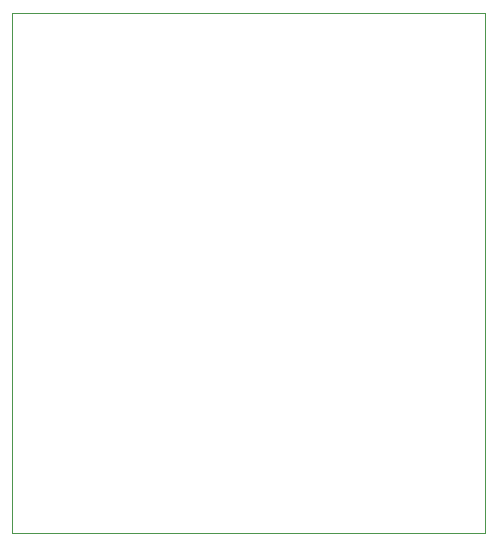
<source format=gbr>
G04 #@! TF.GenerationSoftware,KiCad,Pcbnew,(5.1.5-0-10_14)*
G04 #@! TF.CreationDate,2021-09-14T17:31:05+02:00*
G04 #@! TF.ProjectId,npnium,6e706e69-756d-42e6-9b69-6361645f7063,rev?*
G04 #@! TF.SameCoordinates,Original*
G04 #@! TF.FileFunction,Profile,NP*
%FSLAX46Y46*%
G04 Gerber Fmt 4.6, Leading zero omitted, Abs format (unit mm)*
G04 Created by KiCad (PCBNEW (5.1.5-0-10_14)) date 2021-09-14 17:31:05*
%MOMM*%
%LPD*%
G04 APERTURE LIST*
%ADD10C,0.050000*%
G04 APERTURE END LIST*
D10*
X80000000Y-112000000D02*
X80000000Y-68000000D01*
X120000000Y-112000000D02*
X80000000Y-112000000D01*
X120000000Y-68000000D02*
X120000000Y-112000000D01*
X80000000Y-68000000D02*
X120000000Y-68000000D01*
M02*

</source>
